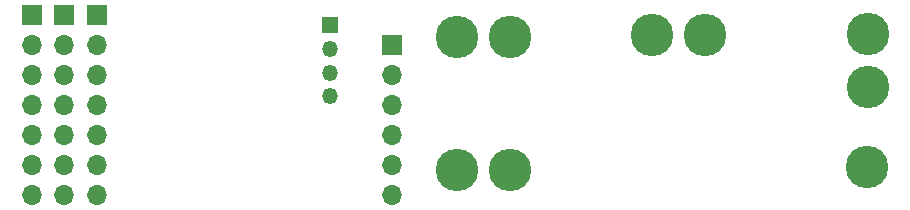
<source format=gbr>
%TF.GenerationSoftware,KiCad,Pcbnew,(6.0.7)*%
%TF.CreationDate,2023-08-08T19:22:38-05:00*%
%TF.ProjectId,PowerDistrubutionBoard,506f7765-7244-4697-9374-727562757469,rev?*%
%TF.SameCoordinates,Original*%
%TF.FileFunction,Soldermask,Bot*%
%TF.FilePolarity,Negative*%
%FSLAX46Y46*%
G04 Gerber Fmt 4.6, Leading zero omitted, Abs format (unit mm)*
G04 Created by KiCad (PCBNEW (6.0.7)) date 2023-08-08 19:22:38*
%MOMM*%
%LPD*%
G01*
G04 APERTURE LIST*
%ADD10C,3.600000*%
%ADD11R,1.700000X1.700000*%
%ADD12O,1.700000X1.700000*%
%ADD13R,1.350000X1.350000*%
%ADD14O,1.350000X1.350000*%
G04 APERTURE END LIST*
D10*
%TO.C,S1*%
X171750000Y-99750000D03*
%TD*%
D11*
%TO.C,J6*%
X101000000Y-86840000D03*
D12*
X101000000Y-89380000D03*
X101000000Y-91920000D03*
X101000000Y-94460000D03*
X101000000Y-97000000D03*
X101000000Y-99540000D03*
X101000000Y-102080000D03*
%TD*%
D11*
%TO.C,J4*%
X106500000Y-86840000D03*
D12*
X106500000Y-89380000D03*
X106500000Y-91920000D03*
X106500000Y-94460000D03*
X106500000Y-97000000D03*
X106500000Y-99540000D03*
X106500000Y-102080000D03*
%TD*%
D10*
%TO.C,T2*%
X137000000Y-88750000D03*
X141500000Y-88750000D03*
%TD*%
D11*
%TO.C,J2*%
X131500000Y-89400000D03*
D12*
X131500000Y-91940000D03*
X131500000Y-94480000D03*
X131500000Y-97020000D03*
X131500000Y-99560000D03*
X131500000Y-102100000D03*
%TD*%
D10*
%TO.C,T3*%
X171780000Y-93000000D03*
X171780000Y-88500000D03*
%TD*%
D13*
%TO.C,J1*%
X126250000Y-87750000D03*
D14*
X126250000Y-89750000D03*
X126250000Y-91750000D03*
X126250000Y-93750000D03*
%TD*%
D10*
%TO.C,T4*%
X153500000Y-88530000D03*
X158000000Y-88530000D03*
%TD*%
D11*
%TO.C,J5*%
X103750000Y-86840000D03*
D12*
X103750000Y-89380000D03*
X103750000Y-91920000D03*
X103750000Y-94460000D03*
X103750000Y-97000000D03*
X103750000Y-99540000D03*
X103750000Y-102080000D03*
%TD*%
D10*
%TO.C,T1*%
X137000000Y-100000000D03*
X141500000Y-100000000D03*
%TD*%
M02*

</source>
